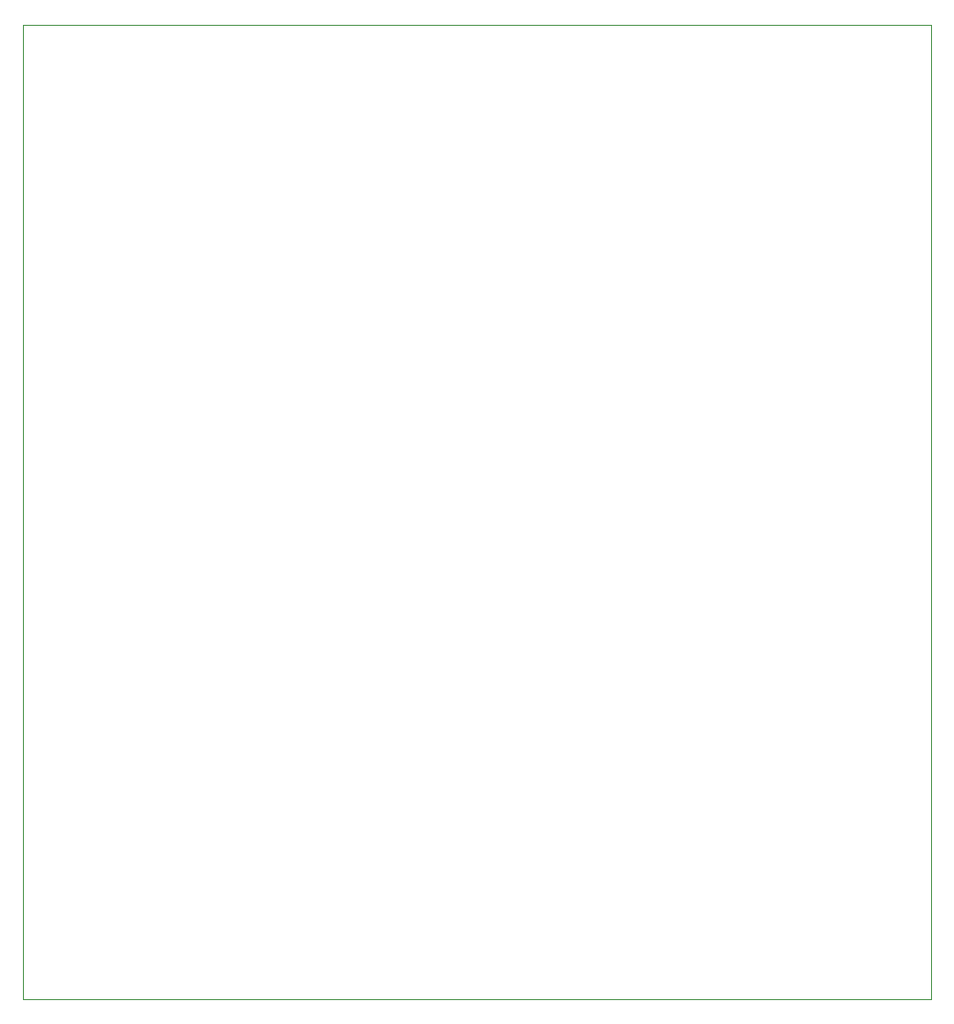
<source format=gbr>
%TF.GenerationSoftware,KiCad,Pcbnew,8.0.9-8.0.9-0~ubuntu24.04.1*%
%TF.CreationDate,2025-11-19T12:46:58-08:00*%
%TF.ProjectId,rover_monitor_r2,726f7665-725f-46d6-9f6e-69746f725f72,rev?*%
%TF.SameCoordinates,Original*%
%TF.FileFunction,Profile,NP*%
%FSLAX46Y46*%
G04 Gerber Fmt 4.6, Leading zero omitted, Abs format (unit mm)*
G04 Created by KiCad (PCBNEW 8.0.9-8.0.9-0~ubuntu24.04.1) date 2025-11-19 12:46:58*
%MOMM*%
%LPD*%
G01*
G04 APERTURE LIST*
%TA.AperFunction,Profile*%
%ADD10C,0.100000*%
%TD*%
G04 APERTURE END LIST*
D10*
X45313600Y-61223200D02*
X125713600Y-61223200D01*
X45313600Y-147523200D02*
X45313600Y-61223200D01*
X125713600Y-61223200D02*
X125713600Y-147523200D01*
X125713600Y-147523200D02*
X45313600Y-147523200D01*
M02*

</source>
